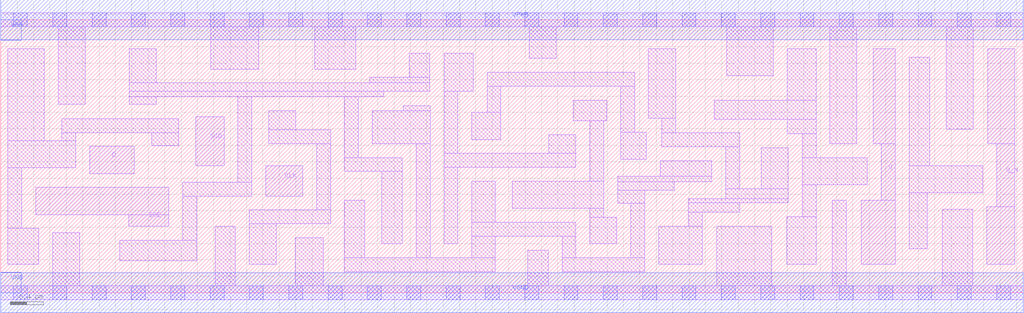
<source format=lef>
# Copyright 2020 The SkyWater PDK Authors
#
# Licensed under the Apache License, Version 2.0 (the "License");
# you may not use this file except in compliance with the License.
# You may obtain a copy of the License at
#
#     https://www.apache.org/licenses/LICENSE-2.0
#
# Unless required by applicable law or agreed to in writing, software
# distributed under the License is distributed on an "AS IS" BASIS,
# WITHOUT WARRANTIES OR CONDITIONS OF ANY KIND, either express or implied.
# See the License for the specific language governing permissions and
# limitations under the License.
#
# SPDX-License-Identifier: Apache-2.0

VERSION 5.5 ;
NAMESCASESENSITIVE ON ;
BUSBITCHARS "[]" ;
DIVIDERCHAR "/" ;
MACRO sky130_fd_sc_hs__sdfxbp_1
  CLASS CORE ;
  SOURCE USER ;
  ORIGIN  0.000000  0.000000 ;
  SIZE  12.48000 BY  3.330000 ;
  SYMMETRY X Y ;
  SITE unit ;
  PIN D
    ANTENNAGATEAREA  0.159000 ;
    DIRECTION INPUT ;
    USE SIGNAL ;
    PORT
      LAYER li1 ;
        RECT 1.085000 1.455000 1.630000 1.785000 ;
    END
  END D
  PIN Q
    ANTENNADIFFAREA  0.518900 ;
    DIRECTION OUTPUT ;
    USE SIGNAL ;
    PORT
      LAYER li1 ;
        RECT 10.500000 0.350000 10.915000 1.130000 ;
        RECT 10.650000 1.820000 10.915000 2.980000 ;
        RECT 10.745000 1.130000 10.915000 1.820000 ;
    END
  END Q
  PIN Q_N
    ANTENNADIFFAREA  0.530100 ;
    DIRECTION OUTPUT ;
    USE SIGNAL ;
    PORT
      LAYER li1 ;
        RECT 12.035000 0.350000 12.375000 1.050000 ;
        RECT 12.045000 1.820000 12.375000 2.980000 ;
        RECT 12.155000 1.050000 12.375000 1.820000 ;
    END
  END Q_N
  PIN SCD
    ANTENNAGATEAREA  0.159000 ;
    DIRECTION INPUT ;
    USE SIGNAL ;
    PORT
      LAYER li1 ;
        RECT 2.380000 1.550000 2.725000 2.150000 ;
    END
  END SCD
  PIN SCE
    ANTENNAGATEAREA  0.318000 ;
    DIRECTION INPUT ;
    USE SIGNAL ;
    PORT
      LAYER li1 ;
        RECT 0.425000 0.955000 2.050000 1.285000 ;
        RECT 1.565000 0.810000 2.050000 0.955000 ;
    END
  END SCE
  PIN CLK
    ANTENNAGATEAREA  0.279000 ;
    DIRECTION INPUT ;
    USE CLOCK ;
    PORT
      LAYER li1 ;
        RECT 3.235000 1.180000 3.685000 1.550000 ;
    END
  END CLK
  PIN VGND
    DIRECTION INOUT ;
    USE GROUND ;
    PORT
      LAYER met1 ;
        RECT 0.000000 -0.245000 12.480000 0.245000 ;
    END
  END VGND
  PIN VNB
    DIRECTION INOUT ;
    USE GROUND ;
    PORT
    END
  END VNB
  PIN VPB
    DIRECTION INOUT ;
    USE POWER ;
    PORT
    END
  END VPB
  PIN VNB
    DIRECTION INOUT ;
    USE GROUND ;
    PORT
      LAYER met1 ;
        RECT 0.000000 0.000000 0.250000 0.250000 ;
    END
  END VNB
  PIN VPB
    DIRECTION INOUT ;
    USE POWER ;
    PORT
      LAYER met1 ;
        RECT 0.000000 3.080000 0.250000 3.330000 ;
    END
  END VPB
  PIN VPWR
    DIRECTION INOUT ;
    USE POWER ;
    PORT
      LAYER met1 ;
        RECT 0.000000 3.085000 12.480000 3.575000 ;
    END
  END VPWR
  OBS
    LAYER li1 ;
      RECT  0.000000 -0.085000 12.480000 0.085000 ;
      RECT  0.000000  3.245000 12.480000 3.415000 ;
      RECT  0.085000  0.350000  0.465000 0.785000 ;
      RECT  0.085000  0.785000  0.255000 1.525000 ;
      RECT  0.085000  1.525000  0.915000 1.855000 ;
      RECT  0.085000  1.855000  0.530000 2.980000 ;
      RECT  0.635000  0.085000  0.965000 0.730000 ;
      RECT  0.700000  2.300000  1.030000 3.245000 ;
      RECT  0.745000  1.855000  0.915000 1.955000 ;
      RECT  0.745000  1.955000  2.170000 2.125000 ;
      RECT  1.455000  0.390000  2.390000 0.640000 ;
      RECT  1.570000  2.300000  1.900000 2.390000 ;
      RECT  1.570000  2.390000  4.675000 2.460000 ;
      RECT  1.570000  2.460000  5.235000 2.560000 ;
      RECT  1.570000  2.560000  1.900000 2.980000 ;
      RECT  1.840000  1.795000  2.170000 1.955000 ;
      RECT  2.220000  0.640000  2.390000 1.180000 ;
      RECT  2.220000  1.180000  3.065000 1.350000 ;
      RECT  2.560000  2.730000  3.150000 3.245000 ;
      RECT  2.615000  0.085000  2.865000 0.810000 ;
      RECT  2.895000  1.350000  3.065000 2.390000 ;
      RECT  3.035000  0.350000  3.365000 0.840000 ;
      RECT  3.035000  0.840000  4.025000 1.010000 ;
      RECT  3.270000  1.820000  4.025000 1.990000 ;
      RECT  3.270000  1.990000  3.600000 2.220000 ;
      RECT  3.595000  0.085000  3.935000 0.670000 ;
      RECT  3.830000  2.730000  4.335000 3.245000 ;
      RECT  3.855000  1.010000  4.025000 1.820000 ;
      RECT  4.195000  0.255000  6.035000 0.425000 ;
      RECT  4.195000  0.425000  4.445000 1.130000 ;
      RECT  4.195000  1.480000  4.900000 1.650000 ;
      RECT  4.195000  1.650000  4.365000 2.390000 ;
      RECT  4.505000  2.560000  5.235000 2.630000 ;
      RECT  4.535000  1.820000  5.240000 2.220000 ;
      RECT  4.650000  0.595000  4.900000 1.480000 ;
      RECT  4.910000  2.220000  5.240000 2.280000 ;
      RECT  4.985000  2.630000  5.235000 2.920000 ;
      RECT  5.070000  0.425000  5.240000 1.820000 ;
      RECT  5.410000  0.595000  5.580000 1.530000 ;
      RECT  5.410000  1.530000  7.020000 1.700000 ;
      RECT  5.410000  1.700000  5.580000 2.460000 ;
      RECT  5.410000  2.460000  5.765000 2.920000 ;
      RECT  5.750000  0.425000  6.035000 0.690000 ;
      RECT  5.750000  0.690000  7.020000 0.860000 ;
      RECT  5.750000  0.860000  6.035000 1.360000 ;
      RECT  5.750000  1.870000  6.105000 2.200000 ;
      RECT  5.935000  2.200000  6.105000 2.520000 ;
      RECT  5.935000  2.520000  7.735000 2.690000 ;
      RECT  6.245000  1.030000  7.360000 1.360000 ;
      RECT  6.430000  0.085000  6.680000 0.520000 ;
      RECT  6.450000  2.860000  6.780000 3.245000 ;
      RECT  6.690000  1.700000  7.020000 1.930000 ;
      RECT  6.850000  0.255000  7.860000 0.425000 ;
      RECT  6.850000  0.425000  7.020000 0.690000 ;
      RECT  6.985000  2.100000  7.395000 2.350000 ;
      RECT  7.190000  0.595000  7.520000 0.920000 ;
      RECT  7.190000  0.920000  7.360000 1.030000 ;
      RECT  7.190000  1.360000  7.360000 2.100000 ;
      RECT  7.530000  1.090000  7.860000 1.250000 ;
      RECT  7.530000  1.250000  8.220000 1.355000 ;
      RECT  7.530000  1.355000  8.680000 1.420000 ;
      RECT  7.565000  1.630000  7.880000 1.960000 ;
      RECT  7.565000  1.960000  7.735000 2.520000 ;
      RECT  7.690000  0.425000  7.860000 1.090000 ;
      RECT  7.905000  2.130000  8.235000 2.980000 ;
      RECT  8.030000  0.350000  8.560000 0.810000 ;
      RECT  8.050000  1.420000  8.680000 1.610000 ;
      RECT  8.065000  1.780000  9.020000 1.950000 ;
      RECT  8.065000  1.950000  8.235000 2.130000 ;
      RECT  8.390000  0.810000  8.560000 0.980000 ;
      RECT  8.390000  0.980000  9.020000 1.100000 ;
      RECT  8.390000  1.100000  9.610000 1.150000 ;
      RECT  8.710000  2.120000  9.950000 2.350000 ;
      RECT  8.740000  0.085000  9.410000 0.810000 ;
      RECT  8.850000  1.150000  9.610000 1.270000 ;
      RECT  8.850000  1.270000  9.020000 1.780000 ;
      RECT  8.860000  2.650000  9.430000 3.245000 ;
      RECT  9.280000  1.270000  9.610000 1.770000 ;
      RECT  9.590000  0.350000  9.950000 0.930000 ;
      RECT  9.600000  1.940000  9.950000 2.120000 ;
      RECT  9.600000  2.350000  9.950000 2.980000 ;
      RECT  9.780000  0.930000  9.950000 1.320000 ;
      RECT  9.780000  1.320000 10.575000 1.650000 ;
      RECT  9.780000  1.650000  9.950000 1.940000 ;
      RECT 10.120000  1.820000 10.450000 3.245000 ;
      RECT 10.150000  0.085000 10.320000 1.130000 ;
      RECT 11.090000  0.540000 11.310000 1.220000 ;
      RECT 11.090000  1.220000 11.985000 1.550000 ;
      RECT 11.090000  1.550000 11.340000 2.875000 ;
      RECT 11.490000  0.085000 11.865000 1.020000 ;
      RECT 11.540000  1.995000 11.870000 3.245000 ;
    LAYER mcon ;
      RECT  0.155000 -0.085000  0.325000 0.085000 ;
      RECT  0.155000  3.245000  0.325000 3.415000 ;
      RECT  0.635000 -0.085000  0.805000 0.085000 ;
      RECT  0.635000  3.245000  0.805000 3.415000 ;
      RECT  1.115000 -0.085000  1.285000 0.085000 ;
      RECT  1.115000  3.245000  1.285000 3.415000 ;
      RECT  1.595000 -0.085000  1.765000 0.085000 ;
      RECT  1.595000  3.245000  1.765000 3.415000 ;
      RECT  2.075000 -0.085000  2.245000 0.085000 ;
      RECT  2.075000  3.245000  2.245000 3.415000 ;
      RECT  2.555000 -0.085000  2.725000 0.085000 ;
      RECT  2.555000  3.245000  2.725000 3.415000 ;
      RECT  3.035000 -0.085000  3.205000 0.085000 ;
      RECT  3.035000  3.245000  3.205000 3.415000 ;
      RECT  3.515000 -0.085000  3.685000 0.085000 ;
      RECT  3.515000  3.245000  3.685000 3.415000 ;
      RECT  3.995000 -0.085000  4.165000 0.085000 ;
      RECT  3.995000  3.245000  4.165000 3.415000 ;
      RECT  4.475000 -0.085000  4.645000 0.085000 ;
      RECT  4.475000  3.245000  4.645000 3.415000 ;
      RECT  4.955000 -0.085000  5.125000 0.085000 ;
      RECT  4.955000  3.245000  5.125000 3.415000 ;
      RECT  5.435000 -0.085000  5.605000 0.085000 ;
      RECT  5.435000  3.245000  5.605000 3.415000 ;
      RECT  5.915000 -0.085000  6.085000 0.085000 ;
      RECT  5.915000  3.245000  6.085000 3.415000 ;
      RECT  6.395000 -0.085000  6.565000 0.085000 ;
      RECT  6.395000  3.245000  6.565000 3.415000 ;
      RECT  6.875000 -0.085000  7.045000 0.085000 ;
      RECT  6.875000  3.245000  7.045000 3.415000 ;
      RECT  7.355000 -0.085000  7.525000 0.085000 ;
      RECT  7.355000  3.245000  7.525000 3.415000 ;
      RECT  7.835000 -0.085000  8.005000 0.085000 ;
      RECT  7.835000  3.245000  8.005000 3.415000 ;
      RECT  8.315000 -0.085000  8.485000 0.085000 ;
      RECT  8.315000  3.245000  8.485000 3.415000 ;
      RECT  8.795000 -0.085000  8.965000 0.085000 ;
      RECT  8.795000  3.245000  8.965000 3.415000 ;
      RECT  9.275000 -0.085000  9.445000 0.085000 ;
      RECT  9.275000  3.245000  9.445000 3.415000 ;
      RECT  9.755000 -0.085000  9.925000 0.085000 ;
      RECT  9.755000  3.245000  9.925000 3.415000 ;
      RECT 10.235000 -0.085000 10.405000 0.085000 ;
      RECT 10.235000  3.245000 10.405000 3.415000 ;
      RECT 10.715000 -0.085000 10.885000 0.085000 ;
      RECT 10.715000  3.245000 10.885000 3.415000 ;
      RECT 11.195000 -0.085000 11.365000 0.085000 ;
      RECT 11.195000  3.245000 11.365000 3.415000 ;
      RECT 11.675000 -0.085000 11.845000 0.085000 ;
      RECT 11.675000  3.245000 11.845000 3.415000 ;
      RECT 12.155000 -0.085000 12.325000 0.085000 ;
      RECT 12.155000  3.245000 12.325000 3.415000 ;
  END
END sky130_fd_sc_hs__sdfxbp_1
END LIBRARY

</source>
